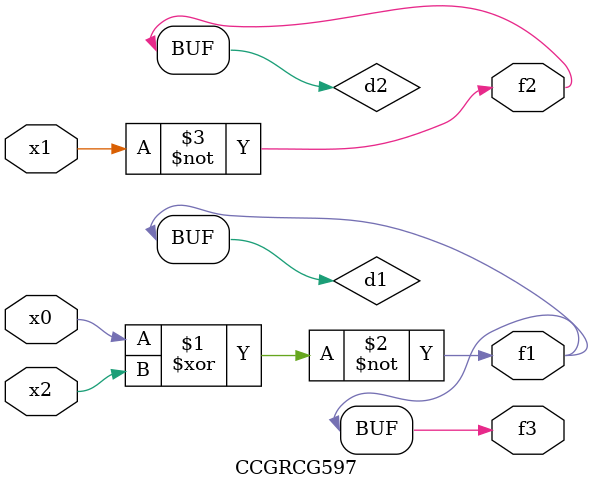
<source format=v>
module CCGRCG597(
	input x0, x1, x2,
	output f1, f2, f3
);

	wire d1, d2, d3;

	xnor (d1, x0, x2);
	nand (d2, x1);
	nor (d3, x1, x2);
	assign f1 = d1;
	assign f2 = d2;
	assign f3 = d1;
endmodule

</source>
